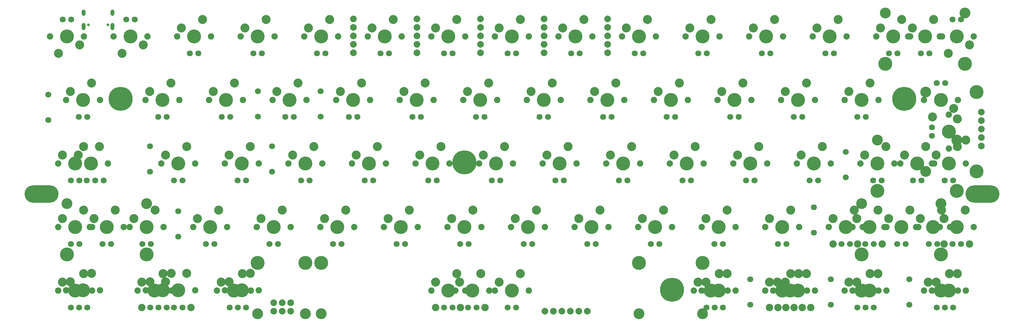
<source format=gts>
G04 #@! TF.GenerationSoftware,KiCad,Pcbnew,5.1.4+dfsg1-1~bpo10+1*
G04 #@! TF.CreationDate,2019-09-21T15:36:56+08:00*
G04 #@! TF.ProjectId,keyboard,6b657962-6f61-4726-942e-6b696361645f,B*
G04 #@! TF.SameCoordinates,Original*
G04 #@! TF.FileFunction,Soldermask,Top*
G04 #@! TF.FilePolarity,Negative*
%FSLAX46Y46*%
G04 Gerber Fmt 4.6, Leading zero omitted, Abs format (unit mm)*
G04 Created by KiCad (PCBNEW 5.1.4+dfsg1-1~bpo10+1) date 2019-09-21 15:36:56*
%MOMM*%
%LPD*%
G04 APERTURE LIST*
%ADD10C,0.803200*%
%ADD11O,1.103200X1.903200*%
%ADD12O,1.103200X2.203200*%
%ADD13C,2.203200*%
%ADD14C,1.803400*%
%ADD15C,2.003200*%
%ADD16C,3.251200*%
%ADD17C,4.183400*%
%ADD18C,4.183380*%
%ADD19C,2.702560*%
%ADD20C,1.902460*%
%ADD21O,10.203180X5.204460*%
%ADD22C,7.203440*%
%ADD23C,7.204500*%
%ADD24C,1.803200*%
G04 APERTURE END LIST*
D10*
X77860000Y-70400000D03*
X83640000Y-70400000D03*
D11*
X85070000Y-66710000D03*
X76430000Y-66710000D03*
D12*
X85070000Y-70880000D03*
X76430000Y-70880000D03*
D13*
X334327500Y-136048750D03*
X341947500Y-136048750D03*
X315753750Y-136048750D03*
X300990000Y-136048750D03*
X308380000Y-136048750D03*
X294322500Y-155098750D03*
X281940000Y-155098750D03*
X196691250Y-155098750D03*
X181927500Y-155098750D03*
X189317500Y-155098750D03*
X108585000Y-155098750D03*
X93821250Y-155098750D03*
D14*
X120173750Y-155098750D03*
X122633750Y-155098750D03*
X96361250Y-155098750D03*
X98821250Y-155098750D03*
X125095000Y-155098750D03*
X101282500Y-155098750D03*
X72548750Y-155098750D03*
X75008750Y-155098750D03*
X77470000Y-155098750D03*
X263048750Y-155098750D03*
X265508750Y-155098750D03*
X267970000Y-155098750D03*
D13*
X286911250Y-155098750D03*
X289351250Y-155098750D03*
X284480000Y-155098750D03*
X291782500Y-155098750D03*
D14*
X310753750Y-155098750D03*
X313213750Y-155098750D03*
X308292500Y-155098750D03*
X334566250Y-155098750D03*
X337026250Y-155098750D03*
X332105000Y-155098750D03*
X82392520Y-117000020D03*
X103505000Y-155098750D03*
X106045000Y-155098750D03*
D15*
X157226000Y-71120000D03*
X157226000Y-73660000D03*
X157226000Y-76200000D03*
X157226000Y-68580000D03*
X176276000Y-78740000D03*
X176276000Y-76200000D03*
X176276000Y-68580000D03*
X157226000Y-78740000D03*
X195326000Y-71120000D03*
X195326000Y-78740000D03*
X195326000Y-76200000D03*
X195326000Y-73660000D03*
X214376000Y-68580000D03*
X214376000Y-73660000D03*
X214376000Y-71120000D03*
X214376000Y-76200000D03*
X195326000Y-68580000D03*
X138430000Y-153670000D03*
X138430000Y-156210000D03*
X345440000Y-106680000D03*
X345440000Y-104140000D03*
X345440000Y-101600000D03*
X345440000Y-99060000D03*
X345440000Y-96520000D03*
X133350000Y-156210000D03*
X133350000Y-153670000D03*
X135890000Y-156210000D03*
X135890000Y-153670000D03*
X224790000Y-156210000D03*
X219710000Y-156210000D03*
X214630000Y-156210000D03*
X222250000Y-156210000D03*
X217170000Y-156210000D03*
X227330000Y-156210000D03*
X176276000Y-71120000D03*
X176276000Y-73660000D03*
X233426000Y-78740000D03*
X233426000Y-68580000D03*
X233426000Y-73660000D03*
X233426000Y-76200000D03*
X233426000Y-71120000D03*
X214376000Y-78740000D03*
D14*
X334486250Y-116998750D03*
X337026250Y-116998750D03*
X330676250Y-101123750D03*
X330676250Y-103663750D03*
X327342500Y-78898750D03*
X329882500Y-78898750D03*
X72548750Y-136048750D03*
X75088750Y-136048750D03*
X72550020Y-117000020D03*
X75090020Y-117000020D03*
X77312520Y-117000020D03*
X79852520Y-117000020D03*
X103505000Y-116998750D03*
X106045000Y-116998750D03*
X122555000Y-116998750D03*
X125095000Y-116998750D03*
X141605000Y-116998750D03*
X144145000Y-116998750D03*
X117792500Y-97948750D03*
X120332500Y-97948750D03*
X336867500Y-136048750D03*
X339407500Y-136048750D03*
X310673750Y-136048750D03*
X313213750Y-136048750D03*
X303530000Y-136048750D03*
X306070000Y-136048750D03*
X320198750Y-136048750D03*
X322738750Y-136048750D03*
X274955000Y-116998750D03*
X277495000Y-116998750D03*
X113030000Y-136048750D03*
X115570000Y-136048750D03*
X93980000Y-136048750D03*
X96520000Y-136048750D03*
X82073750Y-136048750D03*
X84613750Y-136048750D03*
X208280000Y-136048750D03*
X210820000Y-136048750D03*
X189230000Y-136048750D03*
X191770000Y-136048750D03*
X170180000Y-136048750D03*
X172720000Y-136048750D03*
X151130000Y-136048750D03*
X153670000Y-136048750D03*
X294005000Y-116998750D03*
X296545000Y-116998750D03*
X132080000Y-136048750D03*
X134620000Y-136048750D03*
X255905000Y-116998750D03*
X258445000Y-116998750D03*
X236855000Y-116998750D03*
X239395000Y-116998750D03*
X324961250Y-116998750D03*
X327501250Y-116998750D03*
X313055000Y-116998750D03*
X315595000Y-116998750D03*
X227330000Y-136048750D03*
X229870000Y-136048750D03*
X246380000Y-136048750D03*
X248920000Y-136048750D03*
X265430000Y-136048750D03*
X267970000Y-136048750D03*
X284480000Y-136048750D03*
X287020000Y-136048750D03*
X339407500Y-68738750D03*
X336867500Y-68738750D03*
X191611250Y-155098750D03*
X194151250Y-155098750D03*
X298767500Y-78898750D03*
X301307500Y-78898750D03*
X174942500Y-97948750D03*
X177482500Y-97948750D03*
X155892500Y-97948750D03*
X158432500Y-97948750D03*
X279717500Y-78898750D03*
X282257500Y-78898750D03*
X260667500Y-78898750D03*
X263207500Y-78898750D03*
X241617500Y-78898750D03*
X244157500Y-78898750D03*
X222567500Y-78898750D03*
X225107500Y-78898750D03*
X317817500Y-78898750D03*
X320357500Y-78898750D03*
X193992500Y-97948750D03*
X196532500Y-97948750D03*
X127317500Y-78898750D03*
X129857500Y-78898750D03*
X108267500Y-78898750D03*
X110807500Y-78898750D03*
X91757500Y-68738750D03*
X89217500Y-68738750D03*
X203517500Y-78898750D03*
X206057500Y-78898750D03*
X184467500Y-78898750D03*
X187007500Y-78898750D03*
X165417500Y-78898750D03*
X167957500Y-78898750D03*
X146367500Y-78898750D03*
X148907500Y-78898750D03*
X213042500Y-97948750D03*
X215582500Y-97948750D03*
X74930000Y-97948750D03*
X77470000Y-97948750D03*
X98742500Y-97948750D03*
X101282500Y-97948750D03*
X136842500Y-97948750D03*
X139382500Y-97948750D03*
X308292500Y-97948750D03*
X310832500Y-97948750D03*
X334645000Y-87788750D03*
X332105000Y-87788750D03*
X232092500Y-97948750D03*
X234632500Y-97948750D03*
X251142500Y-97948750D03*
X253682500Y-97948750D03*
X270192500Y-97948750D03*
X272732500Y-97948750D03*
X289242500Y-97948750D03*
X291782500Y-97948750D03*
X160655000Y-116998750D03*
X163195000Y-116998750D03*
X179705000Y-116998750D03*
X182245000Y-116998750D03*
X198755000Y-116998750D03*
X201295000Y-116998750D03*
X217805000Y-116998750D03*
X220345000Y-116998750D03*
X203517500Y-155098750D03*
X206057500Y-155098750D03*
X184467500Y-155098750D03*
X187007500Y-155098750D03*
X329723750Y-136048750D03*
X332263750Y-136048750D03*
D16*
X340520020Y-66835020D03*
D17*
X340520020Y-82075020D03*
D16*
X71437500Y-123985020D03*
D17*
X71437500Y-139225020D03*
D16*
X95250000Y-123985020D03*
D17*
X95250000Y-139225020D03*
D16*
X309562500Y-123985020D03*
D17*
X309562500Y-139225020D03*
D16*
X338137500Y-104933750D03*
D17*
X338137500Y-120173750D03*
D16*
X314325000Y-104935020D03*
D17*
X314325000Y-120175020D03*
D16*
X328772520Y-90487500D03*
D17*
X344012520Y-90487500D03*
D16*
X328772520Y-114300000D03*
D17*
X344012520Y-114300000D03*
D16*
X316707520Y-66835020D03*
D17*
X316707520Y-82075020D03*
D16*
X242887500Y-157005020D03*
D17*
X242887500Y-141765020D03*
D16*
X142875000Y-157005020D03*
D17*
X142875000Y-141765020D03*
D16*
X128587500Y-157005020D03*
D17*
X128587500Y-141765020D03*
D16*
X147637500Y-157005020D03*
D17*
X147637500Y-141765020D03*
D16*
X261937500Y-157005020D03*
D17*
X261937500Y-141765020D03*
D16*
X333375000Y-123983750D03*
D17*
X333375000Y-139223750D03*
D18*
X78582520Y-111920020D03*
D19*
X81122520Y-106840020D03*
X74772520Y-109380020D03*
D20*
X73502520Y-111920020D03*
X83662520Y-111920020D03*
D18*
X261937500Y-73820020D03*
D19*
X264477500Y-68740020D03*
X258127500Y-71280020D03*
D20*
X256857500Y-73820020D03*
X267017500Y-73820020D03*
D18*
X157162500Y-92870020D03*
D19*
X159702500Y-87790020D03*
X153352500Y-90330020D03*
D20*
X152082500Y-92870020D03*
X162242500Y-92870020D03*
D18*
X176212500Y-92870020D03*
D19*
X178752500Y-87790020D03*
X172402500Y-90330020D03*
D20*
X171132500Y-92870020D03*
X181292500Y-92870020D03*
D18*
X214312500Y-92870020D03*
D19*
X216852500Y-87790020D03*
X210502500Y-90330020D03*
D20*
X209232500Y-92870020D03*
X219392500Y-92870020D03*
D18*
X233362500Y-92870020D03*
D19*
X235902500Y-87790020D03*
X229552500Y-90330020D03*
D20*
X228282500Y-92870020D03*
X238442500Y-92870020D03*
D18*
X252412500Y-92870020D03*
D19*
X254952500Y-87790020D03*
X248602500Y-90330020D03*
D20*
X247332500Y-92870020D03*
X257492500Y-92870020D03*
D18*
X271462500Y-92870020D03*
D19*
X274002500Y-87790020D03*
X267652500Y-90330020D03*
D20*
X266382500Y-92870020D03*
X276542500Y-92870020D03*
D18*
X290512500Y-92870020D03*
D19*
X293052500Y-87790020D03*
X286702500Y-90330020D03*
D20*
X285432500Y-92870020D03*
X295592500Y-92870020D03*
D18*
X333375000Y-92868750D03*
D19*
X330835000Y-97948750D03*
X337185000Y-95408750D03*
D20*
X338455000Y-92868750D03*
X328295000Y-92868750D03*
D18*
X104775000Y-111920020D03*
D19*
X107315000Y-106840020D03*
X100965000Y-109380020D03*
D20*
X99695000Y-111920020D03*
X109855000Y-111920020D03*
D18*
X123825000Y-111920020D03*
D19*
X126365000Y-106840020D03*
X120015000Y-109380020D03*
D20*
X118745000Y-111920020D03*
X128905000Y-111920020D03*
D18*
X142875000Y-111920020D03*
D19*
X145415000Y-106840020D03*
X139065000Y-109380020D03*
D20*
X137795000Y-111920020D03*
X147955000Y-111920020D03*
D18*
X161925000Y-111920020D03*
D19*
X164465000Y-106840020D03*
X158115000Y-109380020D03*
D20*
X156845000Y-111920020D03*
X167005000Y-111920020D03*
D18*
X180975000Y-111920020D03*
D19*
X183515000Y-106840020D03*
X177165000Y-109380020D03*
D20*
X175895000Y-111920020D03*
X186055000Y-111920020D03*
D18*
X200025000Y-111920020D03*
D19*
X202565000Y-106840020D03*
X196215000Y-109380020D03*
D20*
X194945000Y-111920020D03*
X205105000Y-111920020D03*
D18*
X219075000Y-111920020D03*
D19*
X221615000Y-106840020D03*
X215265000Y-109380020D03*
D20*
X213995000Y-111920020D03*
X224155000Y-111920020D03*
D18*
X109537500Y-73820020D03*
D19*
X112077500Y-68740020D03*
X105727500Y-71280020D03*
D20*
X104457500Y-73820020D03*
X114617500Y-73820020D03*
D18*
X128587500Y-73820020D03*
D19*
X131127500Y-68740020D03*
X124777500Y-71280020D03*
D20*
X123507500Y-73820020D03*
X133667500Y-73820020D03*
D18*
X166687500Y-73820020D03*
D19*
X169227500Y-68740020D03*
X162877500Y-71280020D03*
D20*
X161607500Y-73820020D03*
X171767500Y-73820020D03*
D18*
X185737500Y-73820020D03*
D19*
X188277500Y-68740020D03*
X181927500Y-71280020D03*
D20*
X180657500Y-73820020D03*
X190817500Y-73820020D03*
D18*
X204787500Y-73820020D03*
D19*
X207327500Y-68740020D03*
X200977500Y-71280020D03*
D20*
X199707500Y-73820020D03*
X209867500Y-73820020D03*
D18*
X223837500Y-73820020D03*
D19*
X226377500Y-68740020D03*
X220027500Y-71280020D03*
D20*
X218757500Y-73820020D03*
X228917500Y-73820020D03*
D18*
X280987500Y-73820020D03*
D19*
X283527500Y-68740020D03*
X277177500Y-71280020D03*
D20*
X275907500Y-73820020D03*
X286067500Y-73820020D03*
D18*
X300037500Y-73820020D03*
D19*
X302577500Y-68740020D03*
X296227500Y-71280020D03*
D20*
X294957500Y-73820020D03*
X305117500Y-73820020D03*
D18*
X328612500Y-73820020D03*
D19*
X331152500Y-68740020D03*
X324802500Y-71280020D03*
D20*
X323532500Y-73820020D03*
X333692500Y-73820020D03*
D18*
X76200000Y-92870020D03*
D19*
X78740000Y-87790020D03*
X72390000Y-90330020D03*
D20*
X71120000Y-92870020D03*
X81280000Y-92870020D03*
D18*
X100012500Y-92870020D03*
D19*
X102552500Y-87790020D03*
X96202500Y-90330020D03*
D20*
X94932500Y-92870020D03*
X105092500Y-92870020D03*
D18*
X119062500Y-92870020D03*
D19*
X121602500Y-87790020D03*
X115252500Y-90330020D03*
D20*
X113982500Y-92870020D03*
X124142500Y-92870020D03*
D18*
X138112500Y-92870020D03*
D19*
X140652500Y-87790020D03*
X134302500Y-90330020D03*
D20*
X133032500Y-92870020D03*
X143192500Y-92870020D03*
D18*
X321470020Y-130970020D03*
D19*
X324010020Y-125890020D03*
X317660020Y-128430020D03*
D20*
X316390020Y-130970020D03*
X326550020Y-130970020D03*
D18*
X73818750Y-150018750D03*
D19*
X76358750Y-144938750D03*
X70008750Y-147478750D03*
D20*
X68738750Y-150018750D03*
X78898750Y-150018750D03*
D18*
X121443750Y-150018750D03*
D19*
X123983750Y-144938750D03*
X117633750Y-147478750D03*
D20*
X116363750Y-150018750D03*
X126523750Y-150018750D03*
D18*
X192881250Y-150018750D03*
D19*
X195421250Y-144938750D03*
X189071250Y-147478750D03*
D20*
X187801250Y-150018750D03*
X197961250Y-150018750D03*
D18*
X264318750Y-150018750D03*
D19*
X266858750Y-144938750D03*
X260508750Y-147478750D03*
D20*
X259238750Y-150018750D03*
X269398750Y-150018750D03*
D18*
X288131250Y-150018750D03*
D19*
X290671250Y-144938750D03*
X284321250Y-147478750D03*
D20*
X283051250Y-150018750D03*
X293211250Y-150018750D03*
D18*
X311943750Y-150018750D03*
D19*
X314483750Y-144938750D03*
X308133750Y-147478750D03*
D20*
X306863750Y-150018750D03*
X317023750Y-150018750D03*
D18*
X335756250Y-150018750D03*
D19*
X338296250Y-144938750D03*
X331946250Y-147478750D03*
D20*
X330676250Y-150018750D03*
X340836250Y-150018750D03*
D18*
X238125000Y-111920020D03*
D19*
X240665000Y-106840020D03*
X234315000Y-109380020D03*
D20*
X233045000Y-111920020D03*
X243205000Y-111920020D03*
D18*
X257175000Y-111920020D03*
D19*
X259715000Y-106840020D03*
X253365000Y-109380020D03*
D20*
X252095000Y-111920020D03*
X262255000Y-111920020D03*
D18*
X295275000Y-111920020D03*
D19*
X297815000Y-106840020D03*
X291465000Y-109380020D03*
D20*
X290195000Y-111920020D03*
X300355000Y-111920020D03*
D18*
X326231250Y-111918750D03*
D19*
X328771250Y-106838750D03*
X322421250Y-109378750D03*
D20*
X321151250Y-111918750D03*
X331311250Y-111918750D03*
D18*
X83343750Y-130968750D03*
D19*
X85883750Y-125888750D03*
X79533750Y-128428750D03*
D20*
X78263750Y-130968750D03*
X88423750Y-130968750D03*
D18*
X114300000Y-130970020D03*
D19*
X116840000Y-125890020D03*
X110490000Y-128430020D03*
D20*
X109220000Y-130970020D03*
X119380000Y-130970020D03*
D18*
X133350000Y-130970020D03*
D19*
X135890000Y-125890020D03*
X129540000Y-128430020D03*
D20*
X128270000Y-130970020D03*
X138430000Y-130970020D03*
D18*
X171450000Y-130970020D03*
D19*
X173990000Y-125890020D03*
X167640000Y-128430020D03*
D20*
X166370000Y-130970020D03*
X176530000Y-130970020D03*
D18*
X190500000Y-130970020D03*
D19*
X193040000Y-125890020D03*
X186690000Y-128430020D03*
D20*
X185420000Y-130970020D03*
X195580000Y-130970020D03*
D18*
X209550000Y-130970020D03*
D19*
X212090000Y-125890020D03*
X205740000Y-128430020D03*
D20*
X204470000Y-130970020D03*
X214630000Y-130970020D03*
D18*
X228600000Y-130970020D03*
D19*
X231140000Y-125890020D03*
X224790000Y-128430020D03*
D20*
X223520000Y-130970020D03*
X233680000Y-130970020D03*
D18*
X247650000Y-130970020D03*
D19*
X250190000Y-125890020D03*
X243840000Y-128430020D03*
D20*
X242570000Y-130970020D03*
X252730000Y-130970020D03*
D18*
X266700000Y-130970020D03*
D19*
X269240000Y-125890020D03*
X262890000Y-128430020D03*
D20*
X261620000Y-130970020D03*
X271780000Y-130970020D03*
D18*
X285750000Y-130970020D03*
D19*
X288290000Y-125890020D03*
X281940000Y-128430020D03*
D20*
X280670000Y-130970020D03*
X290830000Y-130970020D03*
D18*
X97631250Y-150018750D03*
D19*
X100171250Y-144938750D03*
X93821250Y-147478750D03*
D20*
X92551250Y-150018750D03*
X102711250Y-150018750D03*
D18*
X152400000Y-130970020D03*
D19*
X154940000Y-125890020D03*
X148590000Y-128430020D03*
D20*
X147320000Y-130970020D03*
X157480000Y-130970020D03*
D18*
X147637500Y-73820020D03*
D19*
X150177500Y-68740020D03*
X143827500Y-71280020D03*
D20*
X142557500Y-73820020D03*
X152717500Y-73820020D03*
D18*
X242887500Y-73820020D03*
D19*
X245427500Y-68740020D03*
X239077500Y-71280020D03*
D20*
X237807500Y-73820020D03*
X247967500Y-73820020D03*
D18*
X309562500Y-92870020D03*
D19*
X312102500Y-87790020D03*
X305752500Y-90330020D03*
D20*
X304482500Y-92870020D03*
X314642500Y-92870020D03*
D18*
X195262500Y-92870020D03*
D19*
X197802500Y-87790020D03*
X191452500Y-90330020D03*
D20*
X190182500Y-92870020D03*
X200342500Y-92870020D03*
D18*
X276225000Y-111920020D03*
D19*
X278765000Y-106840020D03*
X272415000Y-109380020D03*
D20*
X271145000Y-111920020D03*
X281305000Y-111920020D03*
D14*
X72707500Y-68738750D03*
X70167500Y-68738750D03*
D18*
X335756250Y-111918750D03*
D19*
X338296250Y-106838750D03*
X331946250Y-109378750D03*
D20*
X330676250Y-111918750D03*
X340836250Y-111918750D03*
D18*
X285750000Y-150018750D03*
D19*
X288290000Y-144938750D03*
X281940000Y-147478750D03*
D20*
X280670000Y-150018750D03*
X290830000Y-150018750D03*
D18*
X95250000Y-130970020D03*
D19*
X97790000Y-125890020D03*
X91440000Y-128430020D03*
D20*
X90170000Y-130970020D03*
X100330000Y-130970020D03*
D18*
X338137500Y-130968750D03*
D19*
X340677500Y-125888750D03*
X334327500Y-128428750D03*
D20*
X333057500Y-130968750D03*
X343217500Y-130968750D03*
D18*
X76200000Y-149987000D03*
D19*
X78740000Y-144907000D03*
X72390000Y-147447000D03*
D20*
X71120000Y-149987000D03*
X81280000Y-149987000D03*
D18*
X104775000Y-149987000D03*
D19*
X107315000Y-144907000D03*
X100965000Y-147447000D03*
D20*
X99695000Y-149987000D03*
X109855000Y-149987000D03*
D18*
X100076000Y-149987000D03*
D19*
X102616000Y-144907000D03*
X96266000Y-147447000D03*
D20*
X94996000Y-149987000D03*
X105156000Y-149987000D03*
D18*
X266700000Y-150018750D03*
D19*
X269240000Y-144938750D03*
X262890000Y-147478750D03*
D20*
X261620000Y-150018750D03*
X271780000Y-150018750D03*
D18*
X290512500Y-150018750D03*
D19*
X293052500Y-144938750D03*
X286702500Y-147478750D03*
D20*
X285432500Y-150018750D03*
X295592500Y-150018750D03*
D18*
X123825000Y-149987000D03*
D19*
X126365000Y-144907000D03*
X120015000Y-147447000D03*
D20*
X118745000Y-149987000D03*
X128905000Y-149987000D03*
D18*
X309562500Y-150018750D03*
D19*
X312102500Y-144938750D03*
X305752500Y-147478750D03*
D20*
X304482500Y-150018750D03*
X314642500Y-150018750D03*
D18*
X333375000Y-150018750D03*
D19*
X335915000Y-144938750D03*
X329565000Y-147478750D03*
D20*
X328295000Y-150018750D03*
X338455000Y-150018750D03*
D18*
X204787500Y-150020020D03*
D19*
X207327500Y-144940020D03*
X200977500Y-147480020D03*
D20*
X199707500Y-150020020D03*
X209867500Y-150020020D03*
D18*
X185737500Y-150018750D03*
D19*
X188277500Y-144938750D03*
X181927500Y-147478750D03*
D20*
X180657500Y-150018750D03*
X190817500Y-150018750D03*
D18*
X73820020Y-130970020D03*
D19*
X76360020Y-125890020D03*
X70010020Y-128430020D03*
D20*
X68740020Y-130970020D03*
X78900020Y-130970020D03*
D18*
X330993750Y-130968750D03*
D19*
X333533750Y-125888750D03*
X327183750Y-128428750D03*
D20*
X325913750Y-130968750D03*
X336073750Y-130968750D03*
D18*
X73820020Y-111920020D03*
D19*
X76360020Y-106840020D03*
X70010020Y-109380020D03*
D20*
X68740020Y-111920020D03*
X78900020Y-111920020D03*
D18*
X319087500Y-73818750D03*
D19*
X321627500Y-68738750D03*
X315277500Y-71278750D03*
D20*
X314007500Y-73818750D03*
X324167500Y-73818750D03*
D18*
X338137500Y-73818750D03*
D19*
X335597500Y-78898750D03*
X341947500Y-76358750D03*
D20*
X343217500Y-73818750D03*
X333057500Y-73818750D03*
D18*
X90487500Y-73818750D03*
D19*
X87947500Y-78898750D03*
X94297500Y-76358750D03*
D20*
X95567500Y-73818750D03*
X85407500Y-73818750D03*
D18*
X71437500Y-73818750D03*
D19*
X68897500Y-78898750D03*
X75247500Y-76358750D03*
D20*
X76517500Y-73818750D03*
X66357500Y-73818750D03*
D18*
X335756250Y-102393750D03*
D19*
X340836250Y-104933750D03*
X338296250Y-98583750D03*
D20*
X335756250Y-97313750D03*
X335756250Y-107473750D03*
D18*
X311943750Y-130968750D03*
D19*
X314483750Y-125888750D03*
X308133750Y-128428750D03*
D20*
X306863750Y-130968750D03*
X317023750Y-130968750D03*
D18*
X304800000Y-130968750D03*
D19*
X307340000Y-125888750D03*
X300990000Y-128428750D03*
D20*
X299720000Y-130968750D03*
X309880000Y-130968750D03*
D18*
X314325000Y-111920020D03*
D19*
X316865000Y-106840020D03*
X310515000Y-109380020D03*
D20*
X309245000Y-111920020D03*
X319405000Y-111920020D03*
D21*
X345831200Y-121121200D03*
X63748900Y-121121200D03*
D22*
X322339900Y-92520800D03*
X252789400Y-149820700D03*
X190490000Y-111620000D03*
D23*
X87489300Y-92520800D03*
D24*
X104775000Y-126238000D03*
X104775000Y-133858000D03*
X132842000Y-106807000D03*
X132842000Y-114427000D03*
X147447000Y-97917000D03*
X147447000Y-90297000D03*
X128651000Y-97917000D03*
X128651000Y-90297000D03*
X304800000Y-116078000D03*
X304800000Y-108458000D03*
X295275000Y-132715000D03*
X295275000Y-125095000D03*
X65786000Y-98933000D03*
X65786000Y-91313000D03*
X300355000Y-146685000D03*
X300355000Y-154305000D03*
X323850000Y-146685000D03*
X323850000Y-154305000D03*
X276225000Y-146685000D03*
X276225000Y-154305000D03*
X96266000Y-106807000D03*
X96266000Y-114427000D03*
M02*

</source>
